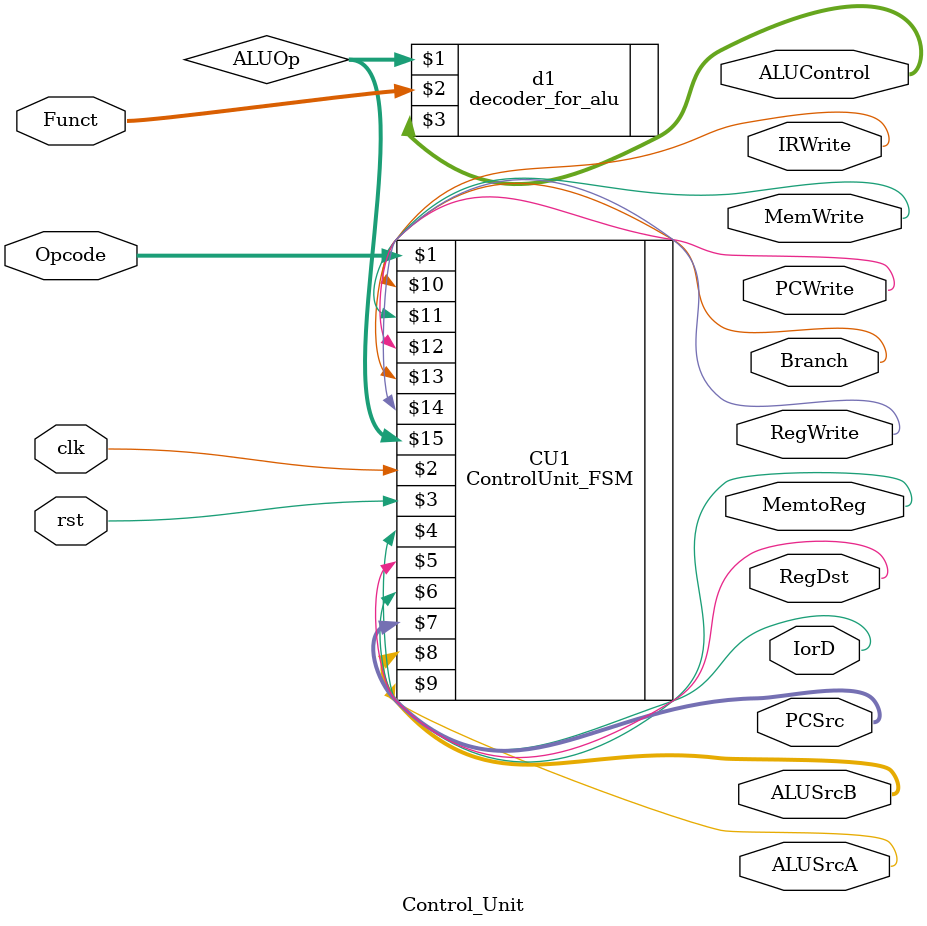
<source format=v>
`timescale 1ns / 1ps

module Control_Unit(
    input [5:0] Opcode,
    input [5:0] Funct,
    input clk,
    input rst,
    
    output MemtoReg,
    output  RegDst,
    output  IorD,
    output  [1:0] PCSrc,
    output  [1:0]ALUSrcB,
    output  ALUSrcA,
    output  IRWrite,
    output  MemWrite,
    output  PCWrite,
    output  Branch,
    output  RegWrite,
    output  [2:0] ALUControl
    );
    
wire [2:0] ALUOp;
    
ControlUnit_FSM CU1
(
    Opcode,
    clk,
    rst,
    MemtoReg,
    RegDst,
    IorD,
    PCSrc,
    ALUSrcB,
    ALUSrcA,
    IRWrite,
    MemWrite,
    PCWrite,
    Branch,
    RegWrite,
    ALUOp
);
    
decoder_for_alu d1
(
    ALUOp,
    Funct,
    ALUControl
 );
endmodule

</source>
